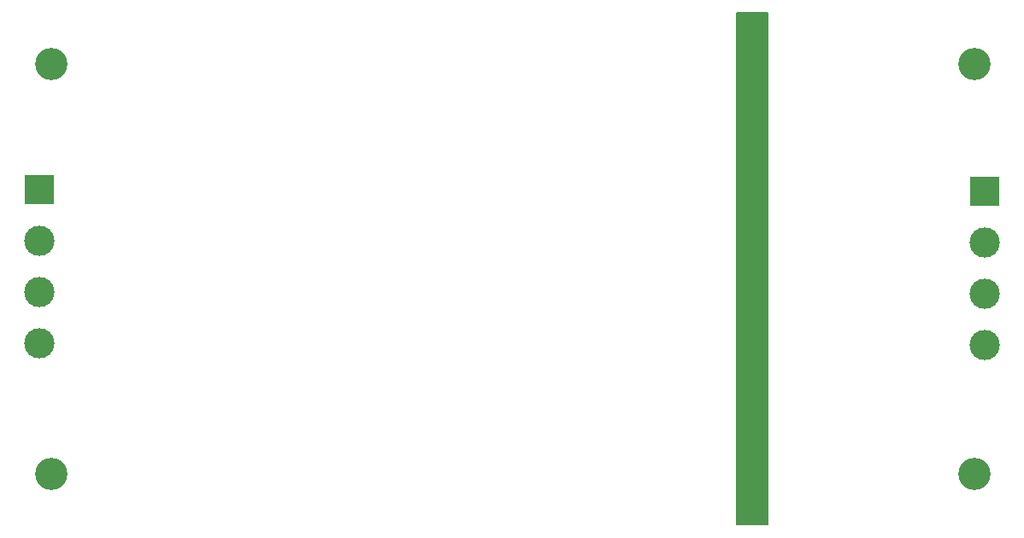
<source format=gbr>
%TF.GenerationSoftware,KiCad,Pcbnew,(6.0.0)*%
%TF.CreationDate,2022-09-01T11:08:40-05:00*%
%TF.ProjectId,Power-Board,506f7765-722d-4426-9f61-72642e6b6963,rev?*%
%TF.SameCoordinates,Original*%
%TF.FileFunction,Soldermask,Bot*%
%TF.FilePolarity,Negative*%
%FSLAX46Y46*%
G04 Gerber Fmt 4.6, Leading zero omitted, Abs format (unit mm)*
G04 Created by KiCad (PCBNEW (6.0.0)) date 2022-09-01 11:08:40*
%MOMM*%
%LPD*%
G01*
G04 APERTURE LIST*
%ADD10C,0.150000*%
%ADD11C,3.200000*%
%ADD12R,3.000000X3.000000*%
%ADD13C,3.000000*%
G04 APERTURE END LIST*
D10*
X72948800Y-50800D02*
X76047600Y-50800D01*
X76047600Y-50800D02*
X76047600Y-50749200D01*
X76047600Y-50749200D02*
X72948800Y-50749200D01*
X72948800Y-50749200D02*
X72948800Y-50800D01*
G36*
X72948800Y-50800D02*
G01*
X76047600Y-50800D01*
X76047600Y-50749200D01*
X72948800Y-50749200D01*
X72948800Y-50800D01*
G37*
D11*
%TO.C,H4*%
X5080000Y-45720000D03*
%TD*%
D12*
%TO.C,J2*%
X97536000Y-17729200D03*
D13*
X97536000Y-22809200D03*
X97536000Y-27889200D03*
X97536000Y-32969200D03*
%TD*%
D11*
%TO.C,H3*%
X96520000Y-5080000D03*
%TD*%
D12*
%TO.C,J1*%
X3892200Y-17551400D03*
D13*
X3892200Y-22631400D03*
X3892200Y-27711400D03*
X3892200Y-32791400D03*
%TD*%
D11*
%TO.C,H2*%
X5080000Y-5080000D03*
%TD*%
%TO.C,H1*%
X96520000Y-45720000D03*
%TD*%
M02*

</source>
